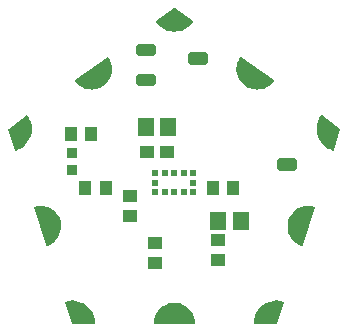
<source format=gbr>
G04 EAGLE Gerber RS-274X export*
G75*
%MOMM*%
%FSLAX34Y34*%
%LPD*%
%INSoldermask Top*%
%IPPOS*%
%AMOC8*
5,1,8,0,0,1.08239X$1,22.5*%
G01*
%ADD10R,1.401600X1.601600*%
%ADD11R,0.901600X0.901600*%
%ADD12R,1.201600X1.101600*%
%ADD13R,1.101600X1.201600*%
%ADD14C,0.605878*%
%ADD15C,0.901600*%
%ADD16R,0.601600X0.601600*%

G36*
X418224Y425214D02*
X418224Y425214D01*
X418257Y425222D01*
X418306Y425223D01*
X421059Y425776D01*
X421091Y425789D01*
X421138Y425799D01*
X423763Y426796D01*
X423792Y426815D01*
X423837Y426832D01*
X426262Y428248D01*
X426288Y428271D01*
X426329Y428295D01*
X428488Y430091D01*
X428510Y430119D01*
X428547Y430149D01*
X430380Y432276D01*
X430394Y432301D01*
X430415Y432322D01*
X430443Y432388D01*
X430477Y432449D01*
X430481Y432479D01*
X430492Y432505D01*
X430491Y432576D01*
X430499Y432647D01*
X430491Y432675D01*
X430491Y432704D01*
X430463Y432770D01*
X430442Y432838D01*
X430424Y432860D01*
X430412Y432887D01*
X430342Y432958D01*
X430336Y432966D01*
X430325Y432981D01*
X430322Y432983D01*
X430315Y432991D01*
X430305Y432996D01*
X430296Y433006D01*
X402796Y453006D01*
X402769Y453018D01*
X402747Y453037D01*
X402679Y453059D01*
X402615Y453088D01*
X402586Y453089D01*
X402558Y453098D01*
X402487Y453092D01*
X402416Y453094D01*
X402389Y453083D01*
X402360Y453081D01*
X402297Y453047D01*
X402231Y453021D01*
X402210Y453001D01*
X402184Y452987D01*
X402137Y452933D01*
X402130Y452928D01*
X402122Y452916D01*
X402119Y452912D01*
X402089Y452882D01*
X402084Y452872D01*
X402075Y452861D01*
X400617Y450462D01*
X400605Y450429D01*
X400580Y450388D01*
X399537Y447781D01*
X399535Y447771D01*
X399533Y447768D01*
X399528Y447742D01*
X399512Y447702D01*
X398912Y444959D01*
X398912Y444924D01*
X398901Y444877D01*
X398761Y442073D01*
X398766Y442039D01*
X398763Y441991D01*
X399086Y439201D01*
X399097Y439168D01*
X399102Y439120D01*
X399880Y436422D01*
X399894Y436396D01*
X399894Y436395D01*
X399895Y436394D01*
X399896Y436391D01*
X399909Y436345D01*
X401121Y433812D01*
X401141Y433784D01*
X401162Y433741D01*
X402774Y431441D01*
X402799Y431417D01*
X402826Y431378D01*
X404795Y429375D01*
X404823Y429355D01*
X404857Y429321D01*
X407128Y427669D01*
X407159Y427655D01*
X407198Y427627D01*
X409710Y426371D01*
X409744Y426362D01*
X409787Y426341D01*
X412471Y425516D01*
X412506Y425513D01*
X412552Y425498D01*
X415335Y425127D01*
X415369Y425129D01*
X415417Y425122D01*
X418224Y425214D01*
G37*
G36*
X277021Y425128D02*
X277021Y425128D01*
X277069Y425127D01*
X279853Y425498D01*
X279885Y425510D01*
X279933Y425516D01*
X282617Y426341D01*
X282648Y426357D01*
X282694Y426371D01*
X285206Y427627D01*
X285233Y427648D01*
X285276Y427669D01*
X287547Y429321D01*
X287570Y429347D01*
X287609Y429375D01*
X289578Y431378D01*
X289596Y431407D01*
X289630Y431441D01*
X291242Y433741D01*
X291256Y433772D01*
X291283Y433812D01*
X292495Y436345D01*
X292503Y436379D01*
X292524Y436422D01*
X293302Y439120D01*
X293304Y439155D01*
X293318Y439201D01*
X293641Y441991D01*
X293638Y442025D01*
X293643Y442073D01*
X293503Y444877D01*
X293494Y444911D01*
X293492Y444959D01*
X292892Y447702D01*
X292878Y447734D01*
X292867Y447781D01*
X291824Y450388D01*
X291805Y450417D01*
X291787Y450462D01*
X290329Y452861D01*
X290309Y452883D01*
X290296Y452909D01*
X290256Y452943D01*
X290250Y452951D01*
X290240Y452957D01*
X290194Y453007D01*
X290167Y453019D01*
X290145Y453038D01*
X290077Y453060D01*
X290012Y453089D01*
X289983Y453090D01*
X289955Y453098D01*
X289885Y453092D01*
X289814Y453093D01*
X289786Y453083D01*
X289757Y453080D01*
X289679Y453041D01*
X289678Y453041D01*
X289678Y453040D01*
X289668Y453036D01*
X289629Y453020D01*
X289621Y453012D01*
X289608Y453006D01*
X262108Y433006D01*
X262089Y432984D01*
X262064Y432969D01*
X262056Y432958D01*
X262054Y432956D01*
X262022Y432912D01*
X261974Y432859D01*
X261964Y432832D01*
X261947Y432808D01*
X261931Y432739D01*
X261908Y432672D01*
X261909Y432643D01*
X261903Y432614D01*
X261915Y432544D01*
X261920Y432473D01*
X261933Y432447D01*
X261938Y432418D01*
X261989Y432333D01*
X262008Y432295D01*
X262017Y432288D01*
X262024Y432276D01*
X263857Y430149D01*
X263885Y430128D01*
X263916Y430091D01*
X266075Y428295D01*
X266105Y428279D01*
X266142Y428248D01*
X268567Y426832D01*
X268600Y426821D01*
X268641Y426796D01*
X271266Y425799D01*
X271300Y425793D01*
X271345Y425776D01*
X274098Y425223D01*
X274133Y425224D01*
X274180Y425214D01*
X276987Y425122D01*
X277021Y425128D01*
G37*
G36*
X363231Y226509D02*
X363231Y226509D01*
X363260Y226506D01*
X363327Y226528D01*
X363397Y226542D01*
X363421Y226559D01*
X363449Y226568D01*
X363502Y226615D01*
X363561Y226655D01*
X363577Y226679D01*
X363599Y226699D01*
X363630Y226763D01*
X363668Y226822D01*
X363673Y226851D01*
X363685Y226877D01*
X363694Y226977D01*
X363701Y227019D01*
X363698Y227029D01*
X363700Y227043D01*
X363468Y229841D01*
X363458Y229875D01*
X363454Y229923D01*
X362765Y232644D01*
X362750Y232676D01*
X362738Y232722D01*
X361610Y235294D01*
X361590Y235322D01*
X361571Y235366D01*
X360035Y237717D01*
X360011Y237741D01*
X359985Y237782D01*
X358083Y239847D01*
X358055Y239868D01*
X358022Y239903D01*
X355807Y241628D01*
X355776Y241643D01*
X355738Y241673D01*
X353268Y243009D01*
X353235Y243019D01*
X353193Y243042D01*
X350553Y243949D01*
X350537Y243954D01*
X350503Y243959D01*
X350457Y243974D01*
X347688Y244436D01*
X347653Y244435D01*
X347606Y244443D01*
X344798Y244443D01*
X344764Y244436D01*
X344716Y244436D01*
X341947Y243974D01*
X341914Y243962D01*
X341867Y243954D01*
X339211Y243042D01*
X339181Y243025D01*
X339136Y243009D01*
X336666Y241673D01*
X336640Y241651D01*
X336597Y241628D01*
X334382Y239903D01*
X334359Y239877D01*
X334321Y239847D01*
X332419Y237782D01*
X332401Y237752D01*
X332369Y237717D01*
X330833Y235366D01*
X330820Y235334D01*
X330794Y235294D01*
X329666Y232722D01*
X329659Y232689D01*
X329656Y232682D01*
X329650Y232673D01*
X329649Y232667D01*
X329639Y232644D01*
X328950Y229923D01*
X328948Y229888D01*
X328936Y229841D01*
X328704Y227043D01*
X328708Y227014D01*
X328703Y226985D01*
X328720Y226916D01*
X328728Y226846D01*
X328742Y226820D01*
X328749Y226792D01*
X328791Y226735D01*
X328826Y226673D01*
X328850Y226655D01*
X328867Y226632D01*
X328928Y226596D01*
X328985Y226553D01*
X329013Y226545D01*
X329038Y226530D01*
X329136Y226514D01*
X329177Y226503D01*
X329188Y226505D01*
X329202Y226503D01*
X363202Y226503D01*
X363231Y226509D01*
G37*
G36*
X454333Y292709D02*
X454333Y292709D01*
X454362Y292706D01*
X454429Y292729D01*
X454499Y292743D01*
X454523Y292760D01*
X454550Y292769D01*
X454604Y292816D01*
X454662Y292856D01*
X454678Y292881D01*
X454700Y292900D01*
X454746Y292988D01*
X454769Y293024D01*
X454770Y293035D01*
X454777Y293048D01*
X465277Y325348D01*
X465280Y325377D01*
X465291Y325404D01*
X465291Y325475D01*
X465299Y325545D01*
X465291Y325573D01*
X465291Y325602D01*
X465263Y325668D01*
X465243Y325736D01*
X465225Y325758D01*
X465213Y325785D01*
X465162Y325835D01*
X465117Y325890D01*
X465091Y325903D01*
X465070Y325923D01*
X464978Y325962D01*
X464941Y325982D01*
X464929Y325983D01*
X464917Y325988D01*
X462187Y326632D01*
X462152Y326633D01*
X462105Y326644D01*
X459307Y326830D01*
X459272Y326825D01*
X459224Y326828D01*
X456433Y326551D01*
X456400Y326541D01*
X456352Y326536D01*
X453645Y325803D01*
X453614Y325788D01*
X453567Y325775D01*
X451018Y324607D01*
X450990Y324586D01*
X450946Y324566D01*
X448623Y322994D01*
X448599Y322969D01*
X448559Y322942D01*
X446527Y321009D01*
X446507Y320981D01*
X446472Y320947D01*
X444786Y318706D01*
X444771Y318675D01*
X444742Y318636D01*
X443448Y316148D01*
X443438Y316115D01*
X443416Y316072D01*
X442549Y313405D01*
X442545Y313370D01*
X442530Y313325D01*
X442114Y310551D01*
X442115Y310516D01*
X442108Y310469D01*
X442154Y307664D01*
X442155Y307662D01*
X442162Y307630D01*
X442162Y307582D01*
X442669Y304824D01*
X442682Y304791D01*
X442691Y304744D01*
X443645Y302107D01*
X443663Y302077D01*
X443679Y302032D01*
X445054Y299587D01*
X445077Y299561D01*
X445101Y299519D01*
X446859Y297334D01*
X446886Y297312D01*
X446916Y297274D01*
X449011Y295409D01*
X449040Y295391D01*
X449076Y295359D01*
X451449Y293864D01*
X451482Y293852D01*
X451522Y293826D01*
X454109Y292742D01*
X454138Y292736D01*
X454163Y292722D01*
X454234Y292717D01*
X454304Y292703D01*
X454333Y292709D01*
G37*
G36*
X238104Y292708D02*
X238104Y292708D01*
X238133Y292704D01*
X238230Y292726D01*
X238272Y292733D01*
X238282Y292738D01*
X238295Y292742D01*
X240882Y293826D01*
X240910Y293845D01*
X240955Y293864D01*
X243328Y295359D01*
X243353Y295383D01*
X243394Y295409D01*
X245488Y297274D01*
X245509Y297302D01*
X245545Y297334D01*
X247303Y299519D01*
X247319Y299550D01*
X247350Y299587D01*
X248725Y302032D01*
X248735Y302065D01*
X248759Y302107D01*
X249713Y304744D01*
X249718Y304778D01*
X249735Y304824D01*
X250242Y307582D01*
X250241Y307617D01*
X250250Y307664D01*
X250296Y310469D01*
X250289Y310503D01*
X250290Y310551D01*
X249874Y313325D01*
X249862Y313357D01*
X249855Y313405D01*
X248988Y316072D01*
X248971Y316102D01*
X248956Y316148D01*
X247662Y318636D01*
X247640Y318663D01*
X247618Y318706D01*
X245932Y320947D01*
X245906Y320970D01*
X245877Y321009D01*
X243845Y322942D01*
X243816Y322960D01*
X243781Y322994D01*
X241458Y324566D01*
X241426Y324579D01*
X241386Y324607D01*
X238837Y325775D01*
X238803Y325783D01*
X238759Y325803D01*
X236052Y326536D01*
X236017Y326538D01*
X235971Y326551D01*
X233180Y326828D01*
X233145Y326825D01*
X233097Y326830D01*
X230299Y326644D01*
X230265Y326635D01*
X230217Y326632D01*
X227487Y325988D01*
X227461Y325976D01*
X227432Y325971D01*
X227371Y325934D01*
X227307Y325905D01*
X227287Y325883D01*
X227262Y325868D01*
X227221Y325810D01*
X227173Y325758D01*
X227163Y325730D01*
X227146Y325706D01*
X227131Y325637D01*
X227107Y325570D01*
X227109Y325541D01*
X227103Y325512D01*
X227117Y325414D01*
X227120Y325371D01*
X227125Y325361D01*
X227127Y325348D01*
X237627Y293048D01*
X237642Y293022D01*
X237648Y292994D01*
X237690Y292936D01*
X237725Y292875D01*
X237748Y292857D01*
X237765Y292833D01*
X237826Y292797D01*
X237883Y292753D01*
X237911Y292746D01*
X237936Y292731D01*
X238006Y292721D01*
X238075Y292703D01*
X238104Y292708D01*
G37*
G36*
X278630Y226508D02*
X278630Y226508D01*
X278658Y226506D01*
X278726Y226528D01*
X278797Y226542D01*
X278820Y226558D01*
X278847Y226567D01*
X278901Y226614D01*
X278961Y226655D01*
X278976Y226679D01*
X278997Y226697D01*
X279029Y226762D01*
X279068Y226822D01*
X279073Y226850D01*
X279085Y226875D01*
X279094Y226978D01*
X279101Y227019D01*
X279099Y227029D01*
X279100Y227041D01*
X278866Y230017D01*
X278857Y230049D01*
X278854Y230095D01*
X278158Y232998D01*
X278144Y233028D01*
X278134Y233072D01*
X276992Y235831D01*
X276973Y235858D01*
X276956Y235901D01*
X275397Y238446D01*
X275374Y238471D01*
X275351Y238510D01*
X273413Y240780D01*
X273386Y240801D01*
X273357Y240836D01*
X271088Y242775D01*
X271059Y242791D01*
X271024Y242821D01*
X268479Y244382D01*
X268448Y244393D01*
X268409Y244417D01*
X265651Y245560D01*
X265619Y245567D01*
X265577Y245585D01*
X262674Y246282D01*
X262641Y246283D01*
X262597Y246295D01*
X259621Y246529D01*
X259588Y246525D01*
X259542Y246529D01*
X256566Y246296D01*
X256534Y246287D01*
X256489Y246284D01*
X253586Y245587D01*
X253560Y245575D01*
X253532Y245571D01*
X253470Y245534D01*
X253405Y245504D01*
X253386Y245482D01*
X253362Y245468D01*
X253320Y245409D01*
X253272Y245356D01*
X253263Y245329D01*
X253246Y245306D01*
X253231Y245236D01*
X253207Y245168D01*
X253209Y245140D01*
X253203Y245112D01*
X253218Y245012D01*
X253221Y244970D01*
X253225Y244960D01*
X253227Y244947D01*
X259127Y226847D01*
X259142Y226821D01*
X259149Y226792D01*
X259191Y226735D01*
X259225Y226674D01*
X259249Y226656D01*
X259267Y226632D01*
X259327Y226596D01*
X259383Y226553D01*
X259412Y226546D01*
X259438Y226530D01*
X259534Y226514D01*
X259576Y226503D01*
X259588Y226505D01*
X259602Y226503D01*
X278602Y226503D01*
X278630Y226508D01*
G37*
G36*
X432831Y226509D02*
X432831Y226509D01*
X432861Y226506D01*
X432928Y226528D01*
X432997Y226542D01*
X433022Y226559D01*
X433050Y226569D01*
X433103Y226615D01*
X433161Y226655D01*
X433177Y226680D01*
X433199Y226700D01*
X433245Y226786D01*
X433268Y226822D01*
X433270Y226834D01*
X433277Y226847D01*
X439177Y244947D01*
X439180Y244976D01*
X439191Y245002D01*
X439191Y245074D01*
X439199Y245145D01*
X439191Y245172D01*
X439191Y245201D01*
X439164Y245267D01*
X439143Y245336D01*
X439125Y245358D01*
X439114Y245384D01*
X439063Y245434D01*
X439017Y245489D01*
X438992Y245502D01*
X438972Y245522D01*
X438878Y245562D01*
X438841Y245582D01*
X438830Y245582D01*
X438818Y245587D01*
X435915Y246284D01*
X435882Y246285D01*
X435838Y246296D01*
X432862Y246529D01*
X432829Y246525D01*
X432783Y246529D01*
X429807Y246295D01*
X429775Y246285D01*
X429730Y246282D01*
X426827Y245585D01*
X426797Y245571D01*
X426753Y245560D01*
X424040Y244436D01*
X423995Y244417D01*
X423967Y244399D01*
X423925Y244382D01*
X421380Y242821D01*
X421356Y242799D01*
X421316Y242775D01*
X419047Y240836D01*
X419026Y240810D01*
X418991Y240780D01*
X417053Y238510D01*
X417037Y238481D01*
X417007Y238446D01*
X415448Y235901D01*
X415436Y235869D01*
X415412Y235831D01*
X414270Y233072D01*
X414264Y233040D01*
X414246Y232998D01*
X413550Y230095D01*
X413549Y230062D01*
X413538Y230017D01*
X413304Y227041D01*
X413308Y227013D01*
X413303Y226985D01*
X413320Y226915D01*
X413329Y226844D01*
X413343Y226819D01*
X413349Y226792D01*
X413392Y226734D01*
X413428Y226671D01*
X413450Y226655D01*
X413467Y226632D01*
X413529Y226595D01*
X413587Y226552D01*
X413614Y226545D01*
X413638Y226530D01*
X413739Y226513D01*
X413779Y226503D01*
X413790Y226505D01*
X413802Y226503D01*
X432802Y226503D01*
X432831Y226509D01*
G37*
G36*
X349219Y474292D02*
X349219Y474292D01*
X349251Y474301D01*
X349296Y474304D01*
X352201Y475002D01*
X352231Y475016D01*
X352275Y475026D01*
X355035Y476169D01*
X355063Y476187D01*
X355105Y476204D01*
X357652Y477765D01*
X357676Y477788D01*
X357715Y477811D01*
X359986Y479751D01*
X360007Y479777D01*
X360042Y479806D01*
X361982Y482078D01*
X361996Y482103D01*
X362016Y482124D01*
X362044Y482189D01*
X362078Y482252D01*
X362081Y482281D01*
X362092Y482307D01*
X362092Y482379D01*
X362099Y482449D01*
X362091Y482477D01*
X362090Y482506D01*
X362062Y482572D01*
X362041Y482640D01*
X362022Y482662D01*
X362011Y482689D01*
X361941Y482760D01*
X361914Y482792D01*
X361904Y482797D01*
X361894Y482807D01*
X346494Y493907D01*
X346468Y493919D01*
X346447Y493937D01*
X346378Y493959D01*
X346313Y493989D01*
X346284Y493989D01*
X346257Y493998D01*
X346186Y493992D01*
X346114Y493993D01*
X346088Y493983D01*
X346059Y493980D01*
X345968Y493936D01*
X345929Y493920D01*
X345922Y493913D01*
X345910Y493907D01*
X330510Y482807D01*
X330490Y482786D01*
X330465Y482771D01*
X330423Y482713D01*
X330375Y482661D01*
X330365Y482634D01*
X330348Y482610D01*
X330332Y482541D01*
X330308Y482474D01*
X330310Y482445D01*
X330303Y482416D01*
X330315Y482346D01*
X330319Y482275D01*
X330332Y482249D01*
X330337Y482221D01*
X330388Y482135D01*
X330407Y482097D01*
X330415Y482090D01*
X330422Y482078D01*
X332362Y479806D01*
X332388Y479786D01*
X332418Y479751D01*
X334689Y477811D01*
X334718Y477795D01*
X334752Y477765D01*
X337299Y476204D01*
X337330Y476193D01*
X337369Y476169D01*
X340129Y475026D01*
X340161Y475019D01*
X340203Y475002D01*
X343108Y474304D01*
X343141Y474303D01*
X343185Y474292D01*
X346163Y474058D01*
X346196Y474062D01*
X346241Y474058D01*
X349219Y474292D01*
G37*
G36*
X480534Y373209D02*
X480534Y373209D01*
X480563Y373206D01*
X480631Y373229D01*
X480701Y373244D01*
X480724Y373260D01*
X480752Y373270D01*
X480805Y373317D01*
X480864Y373358D01*
X480879Y373382D01*
X480901Y373401D01*
X480947Y373491D01*
X480969Y373527D01*
X480971Y373537D01*
X480977Y373549D01*
X486777Y391549D01*
X486780Y391577D01*
X486792Y391604D01*
X486791Y391675D01*
X486799Y391747D01*
X486791Y391774D01*
X486791Y391803D01*
X486763Y391869D01*
X486742Y391937D01*
X486724Y391959D01*
X486713Y391986D01*
X486643Y392058D01*
X486616Y392090D01*
X486606Y392095D01*
X486597Y392105D01*
X471297Y403305D01*
X471270Y403317D01*
X471248Y403336D01*
X471181Y403358D01*
X471116Y403388D01*
X471087Y403389D01*
X471059Y403398D01*
X470989Y403392D01*
X470918Y403394D01*
X470890Y403384D01*
X470861Y403381D01*
X470798Y403348D01*
X470732Y403322D01*
X470711Y403302D01*
X470686Y403288D01*
X470620Y403213D01*
X470590Y403183D01*
X470585Y403173D01*
X470576Y403163D01*
X469021Y400623D01*
X469010Y400592D01*
X468986Y400553D01*
X467847Y397801D01*
X467841Y397769D01*
X467823Y397727D01*
X467129Y394831D01*
X467128Y394798D01*
X467117Y394754D01*
X466884Y391785D01*
X466888Y391752D01*
X466884Y391706D01*
X467119Y388738D01*
X467128Y388706D01*
X467131Y388660D01*
X467828Y385765D01*
X467842Y385735D01*
X467852Y385691D01*
X468992Y382940D01*
X469011Y382912D01*
X469028Y382870D01*
X470585Y380331D01*
X470608Y380307D01*
X470631Y380268D01*
X472566Y378004D01*
X472592Y377984D01*
X472621Y377949D01*
X474887Y376016D01*
X474916Y376000D01*
X474950Y375970D01*
X477490Y374415D01*
X477521Y374403D01*
X477559Y374379D01*
X480311Y373241D01*
X480339Y373235D01*
X480365Y373222D01*
X480436Y373216D01*
X480506Y373203D01*
X480534Y373209D01*
G37*
G36*
X211902Y373208D02*
X211902Y373208D01*
X211931Y373204D01*
X212029Y373226D01*
X212071Y373232D01*
X212080Y373238D01*
X212093Y373241D01*
X214845Y374379D01*
X214872Y374398D01*
X214914Y374415D01*
X217454Y375970D01*
X217478Y375992D01*
X217518Y376016D01*
X219783Y377949D01*
X219803Y377975D01*
X219838Y378004D01*
X221773Y380268D01*
X221789Y380297D01*
X221819Y380331D01*
X223376Y382870D01*
X223387Y382901D01*
X223412Y382940D01*
X224552Y385691D01*
X224559Y385723D01*
X224576Y385765D01*
X225273Y388660D01*
X225274Y388694D01*
X225285Y388738D01*
X225520Y391706D01*
X225516Y391739D01*
X225520Y391785D01*
X225287Y394754D01*
X225278Y394786D01*
X225275Y394831D01*
X224581Y397727D01*
X224567Y397757D01*
X224557Y397801D01*
X223418Y400553D01*
X223400Y400581D01*
X223383Y400623D01*
X221828Y403163D01*
X221808Y403184D01*
X221795Y403210D01*
X221741Y403256D01*
X221692Y403308D01*
X221666Y403320D01*
X221643Y403339D01*
X221576Y403360D01*
X221511Y403389D01*
X221482Y403390D01*
X221454Y403399D01*
X221383Y403392D01*
X221312Y403393D01*
X221285Y403382D01*
X221256Y403379D01*
X221167Y403335D01*
X221127Y403319D01*
X221119Y403311D01*
X221107Y403305D01*
X205807Y392105D01*
X205788Y392084D01*
X205763Y392069D01*
X205722Y392011D01*
X205673Y391958D01*
X205664Y391931D01*
X205647Y391907D01*
X205631Y391838D01*
X205607Y391770D01*
X205609Y391742D01*
X205603Y391714D01*
X205617Y391614D01*
X205620Y391572D01*
X205625Y391562D01*
X205627Y391549D01*
X211427Y373549D01*
X211441Y373524D01*
X211447Y373496D01*
X211489Y373438D01*
X211524Y373376D01*
X211547Y373358D01*
X211564Y373335D01*
X211625Y373298D01*
X211682Y373254D01*
X211709Y373247D01*
X211734Y373232D01*
X211805Y373222D01*
X211874Y373204D01*
X211902Y373208D01*
G37*
D10*
X383528Y314207D03*
X402528Y314207D03*
D11*
X259271Y371718D03*
X259271Y356718D03*
D12*
X383555Y297556D03*
X383555Y280556D03*
D13*
X258947Y387044D03*
X275947Y387044D03*
D14*
X316593Y436057D02*
X327551Y436057D01*
X327551Y431099D01*
X316593Y431099D01*
X316593Y436057D01*
X316593Y456499D02*
X327551Y456499D01*
X316593Y456499D02*
X316593Y461457D01*
X327551Y461457D01*
X327551Y456499D01*
X360027Y449641D02*
X370985Y449641D01*
X360027Y449641D02*
X360027Y454599D01*
X370985Y454599D01*
X370985Y449641D01*
X435623Y359674D02*
X446581Y359674D01*
X435623Y359674D02*
X435623Y364632D01*
X446581Y364632D01*
X446581Y359674D01*
D15*
X346202Y486702D03*
X479802Y389602D03*
X428802Y232502D03*
X263602Y232502D03*
X212602Y389602D03*
X413002Y438202D03*
X454302Y311102D03*
X346202Y232502D03*
X238102Y311102D03*
X279402Y438202D03*
D16*
X330202Y354202D03*
X338202Y354202D03*
X346202Y354202D03*
X354202Y354202D03*
X362202Y354202D03*
X362202Y346202D03*
X362202Y338202D03*
X354202Y338202D03*
X346202Y338202D03*
X338202Y338202D03*
X330202Y338202D03*
X330202Y346202D03*
D12*
X322970Y372110D03*
X339970Y372110D03*
D10*
X321970Y393700D03*
X340970Y393700D03*
D13*
X378850Y341630D03*
X395850Y341630D03*
D12*
X308610Y317890D03*
X308610Y334890D03*
D13*
X287900Y341630D03*
X270900Y341630D03*
D12*
X330200Y295520D03*
X330200Y278520D03*
M02*

</source>
